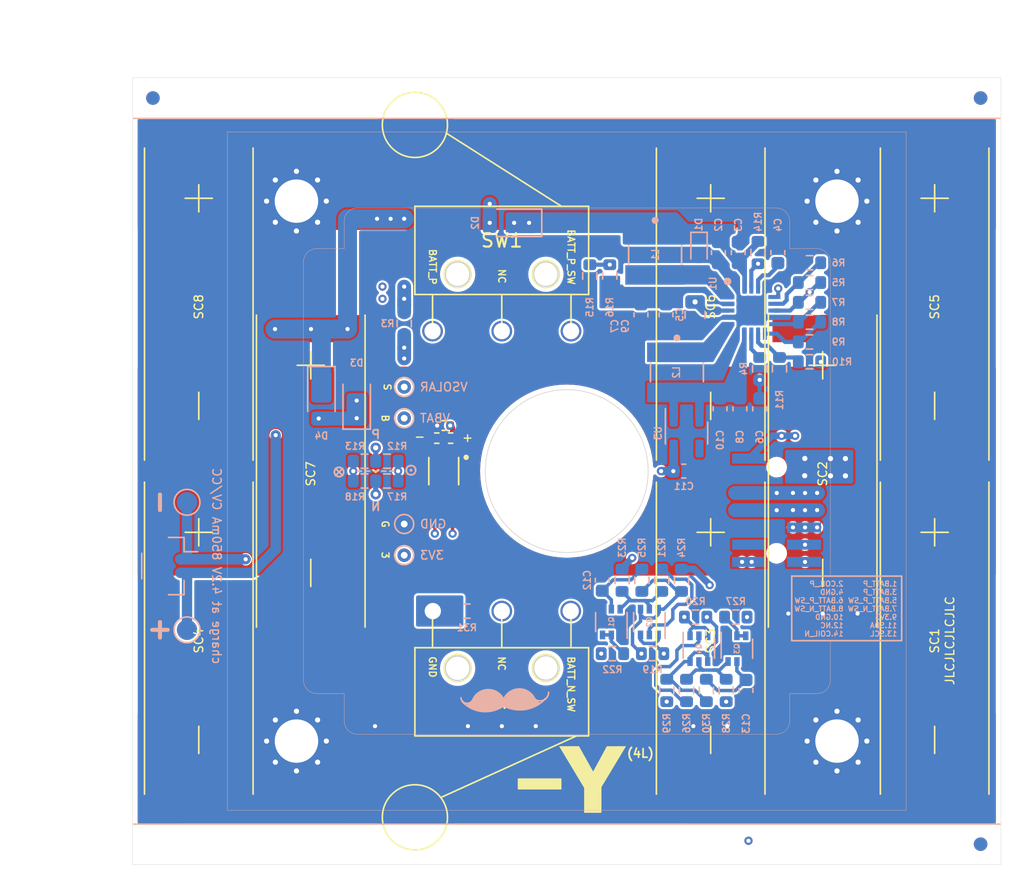
<source format=kicad_pcb>
(kicad_pcb (version 20221018) (generator pcbnew)
  (layers (0 "F.Cu" signal "Top") (1 "In1.Cu" signal) (2 "In2.Cu" signal) (31 "B.Cu" signal "Bottom") (34 "B.Paste" user) (35 "F.Paste" user) (36 "B.SilkS" user "B.Silkscreen") (37 "F.SilkS" user "F.Silkscreen") (38 "B.Mask" user) (39 "F.Mask" user) (44 "Edge.Cuts" user))
  (net 0 "")
  (net 1 "GND")
  (net 2 "VOUT_EN")
  (net 3 "VSOLAR")
  (net 4 "Net-(U1-VREF_SAMP)")
  (net 5 "+3V3")
  (net 6 "VBAT")
  (net 7 "Net-(U1-VSTOR)")
  (net 8 "Net-(Q1B-G1)")
  (net 9 "COIL_N")
  (net 10 "BATT_P")
  (net 11 "Net-(Q3B-G1)")
  (net 12 "Net-(D3-K)")
  (net 13 "VBAT_OK")
  (net 15 "COIL_P")
  (net 16 "/coil")
  (net 17 "/VSOLAR_FULL")
  (net 18 "Net-(U1-LBOOST)")
  (net 19 "Net-(U1-LBUCK)")
  (net 20 "Net-(Q1A-G2)")
  (net 21 "Net-(Q1A-D1)")
  (net 22 "Net-(Q2A-B1)")
  (net 23 "Net-(Q3A-G2)")
  (net 24 "Net-(Q3A-D1)")
  (net 25 "Net-(Q4A-B1)")
  (net 26 "BATT_P_SW")
  (net 27 "BATT_N_SW")
  (net 28 "Net-(U1-VBAT_OV)")
  (net 29 "Net-(U1-VRDIV)")
  (net 30 "Net-(U1-OK_HYST)")
  (net 31 "Net-(U1-OK_PROG)")
  (net 32 "Net-(U1-VOUT_SET)")
  (net 33 "SCL_LS")
  (net 34 "Net-(U1-VOC_SAMP)")
  (net 35 "Net-(SW2-C)")
  (net 37 "SDA_LS")
  (net 39 "SDA")
  (net 40 "SCL")
  (net 41 "Net-(U1-VOUT)")
  (net 42 "Net-(U2-ADDR)")
  (footprint "solarpanels:KXOB25-05X3F" (layer "F.Cu") (at 132.078198 41.18868 -90)
    (fp_text reference "SC5")
    (fp_text value "SolarCell_Small")
  )
  (footprint "solarpanels:KXOB25-05X3F" (layer "F.Cu") (at 132.078198 65.81042 -90)
    (fp_text reference "SC1")
    (fp_text value "SolarCell_Small")
  )
  (footprint "solarpanels:KXOB25-05X3F" (layer "F.Cu") (at 115.578598 65.81042 -90)
    (fp_text reference "SC3")
    (fp_text value "SolarCell_Small")
  )
  (footprint "Resistor_SMD:R_0402_1005Metric" (layer "F.Cu") (at 95.402 61.57)
    (fp_text reference "R2" hide)
    (fp_text value "0R")
  )
  (footprint "Resistor_SMD:R_0402_1005Metric" (layer "F.Cu") (at 96.4216 61.57)
    (fp_text reference "R1" hide)
    (fp_text value "0R")
  )
  (footprint "Capacitor_SMD:C_0402_1005Metric" (layer "F.Cu") (at 95.9066 60.64)
    (fp_text reference "C1" hide)
    (fp_text value "0.1uF")
  )
  (footprint "Fiducial:Fiducial_1mm_Mask2mm" (layer "F.Cu") (at 74.488598 36.4996)
    (fp_text reference "REF**" hide)
    (fp_text value "Fiducial_1mm_Mask2mm")
  )
  (footprint "Fiducial:Fiducial_1mm_Mask2mm" (layer "F.Cu") (at 135.463598 36.4996)
    (fp_text reference "REF**" hide)
    (fp_text value "Fiducial_1mm_Mask2mm")
  )
  (footprint "Fiducial:Fiducial_1mm_Mask2mm" (layer "F.Cu") (at 135.463598 91.4996)
    (fp_text reference "REF**" hide)
    (fp_text value "Fiducial_1mm_Mask2mm")
  )
  (footprint "solarpanels:KXOB25-05X3F" (layer "F.Cu") (at 115.578598 41.18868 -90)
    (fp_text reference "SC6")
    (fp_text value "SolarCell_Small")
  )
  (footprint "solarpanels:D2F-L2-A" (layer "F.Cu") (at 100.188598 74.31786 180)
    (fp_text reference "SW2")
    (fp_text value "D2F-L2-A")
    (fp_circle (center -3.2512 -4.191) (end -2.3368 -4.191) (stroke (width 0.12)) (fill none) (layer "Edge.Cuts"))
    (fp_circle (center 3.2512 -4.2164) (end 4.1656 -4.2164) (stroke (width 0.12)) (fill none) (layer "Edge.Cuts"))
  )
  (footprint "solarpanels:MountingHole_3.2mm_M3_DIN965_Pad_TopBottom" (layer "F.Cu") (at 124.883602 83.899593)
    (fp_text reference "H3" hide)
    (fp_text value "MountingHole")
  )
  (footprint "solarpanels:KXOB25-05X3F" (layer "F.Cu") (at 77.866598 41.18868 -90)
    (fp_text reference "SC8")
    (fp_text value "SolarCell_Small")
  )
  (footprint "solarpanels:KXOB25-05X3F" (layer "F.Cu") (at 86.116598 53.4996 -90)
    (fp_text reference "SC7")
    (fp_text value "SolarCell_Small")
  )
  (footprint "custom-footprints:ypanel" (layer "F.Cu") (at 123.925 87.6571)
    (fp_text reference "Ref**" hide)
    (fp_text value "Val**" hide)
  )
  (footprint "solarpanels:KXOB25-05X3F" (layer "F.Cu") (at 123.828598 53.4996 -90)
    (fp_text reference "SC2")
    (fp_text value "SolarCell_Small")
  )
  (footprint "solarpanels:D2F-L2-A1" (layer "F.Cu") (at 100.188598 53.6806)
    (fp_text reference "SW1")
    (fp_text value "D2F-L2-A1")
    (fp_circle (center -3.2512 -4.191) (end -2.3368 -4.191) (stroke (width 0.12)) (fill none) (layer "Edge.Cuts"))
    (fp_circle (center 3.2512 -4.191) (end 4.1656 -4.191) (stroke (width 0.12)) (fill none) (layer "Edge.Cuts"))
  )
  (footprint "solarpanels:OPT3001" (layer "F.Cu") (at 95.912 64 -90)
    (fp_text reference "U2" hide)
    (fp_text value "OPT3001")
  )
  (footprint "solarpanels:KXOB25-05X3F" (layer "F.Cu") (at 77.866598 65.81042 -90)
    (fp_text reference "SC4")
    (fp_text value "SolarCell_Small")
  )
  (footprint "solarpanels:MountingHole_3.2mm_M3_DIN965_Pad_TopBottom" (layer "F.Cu") (at 85.061406 44.099596)
    (fp_text reference "H1" hide)
    (fp_text value "MountingHole")
  )
  (footprint "solarpanels:MountingHole_3.2mm_M3_DIN965_Pad_TopBottom" (layer "F.Cu") (at 85.06359 83.899593)
    (fp_text reference "H2" hide)
    (fp_text value "MountingHole")
  )
  (footprint "solarpanels:MountingHole_3.2mm_M3_DIN965_Pad_TopBottom" (layer "F.Cu") (at 124.883602 44.102085)
    (fp_text reference "H4" hide)
    (fp_text value "MountingHole")
  )
  (footprint "Resistor_SMD:R_0603_1608Metric" (layer "B.Cu") (at 91.73125 63.27)
    (fp_text reference "R12")
    (fp_text value "0R")
  )
  (footprint "Resistor_SMD:R_0603_1608Metric" (layer "B.Cu") (at 90.07625 63.27)
    (fp_text reference "R13")
    (fp_text value "0R")
  )
  (footprint "Resistor_SMD:R_0603_1608Metric" (layer "B.Cu") (at 91.73125 64.73)
    (fp_text reference "R17")
    (fp_text value "0R")
  )
  (footprint "Resistor_SMD:R_0603_1608Metric" (layer "B.Cu") (at 90.07625 64.73)
    (fp_text reference "R18")
    (fp_text value "0R")
  )
  (footprint "Resistor_SMD:R_0603_1608Metric" (layer "B.Cu") (at 97.6122 74.3204)
    (fp_text reference "R31")
    (fp_text value "0R")
  )
  (footprint "Fiducial:Fiducial_1mm_Mask2mm" (layer "B.Cu") (at 135.463598 91.4996)
    (fp_text reference "REF**" hide)
    (fp_text value "Fiducial_1mm_Mask2mm")
  )
  (footprint "Fiducial:Fiducial_1mm_Mask2mm" (layer "B.Cu") (at 135.463598 36.4996)
    (fp_text reference "REF**" hide)
    (fp_text value "Fiducial_1mm_Mask2mm")
  )
  (footprint "Fiducial:Fiducial_1mm_Mask2mm" (layer "B.Cu") (at 74.488598 36.4996)
    (fp_text reference "REF**" hide)
    (fp_text value "Fiducial_1mm_Mask2mm")
  )
  (footprint "Resistor_SMD:R_0603_1608Metric" (layer "B.Cu") (at 122.86 51.56 180)
    (fp_text reference "R7")
    (fp_text value "374K")
  )
  (footprint "Resistor_SMD:R_0603_1608Metric" (layer "B.Cu") (at 122.86 54.48 180)
    (fp_text reference "R9")
    (fp_text value "4.53M")
  )
  (footprint "Capacitor_SMD:C_0603_1608Metric" (layer "B.Cu") (at 120.527998 47.88965 90)
    (fp_text reference "C4")
    (fp_text value "10nF")
  )
  (footprint "Resistor_SMD:R_0603_1608Metric" (layer "B.Cu") (at 119.067998 47.88965 90)
    (fp_text reference "R14")
    (fp_text value "DNI (0R)")
  )
  (footprint "Capacitor_SMD:C_0603_1608Metric" (layer "B.Cu") (at 117.607998 47.88965 90)
    (fp_text reference "C3")
    (fp_text value "4.7uF")
  )
  (footprint "Resistor_SMD:R_0603_1608Metric" (layer "B.Cu") (at 122.86 50.1)
    (fp_text reference "R5")
    (fp_text value "7.32M")
  )
  (footprint "solarpanels:QFN50P350X350X100-21N-D" (layer "B.Cu") (at 118.572042 52.16671 -90)
    (fp_text reference "U1")
    (fp_text value "BQ25570RGRR" hide)
  )
  (footprint "Resistor_SMD:R_0603_1608Metric" (layer "B.Cu") (at 122.86 48.64)
    (fp_text reference "R6")
    (fp_text value "5.62M")
  )
  (footprint "solarpanels:LPS4018" (layer "B.Cu") (at 111.483598 48.06005 -90)
    (fp_text reference "L1")
    (fp_text value "22uH-LPS4018-223MR")
  )
  (footprint "solarpanels:LPS4018" (layer "B.Cu") (at 113.09 56.72 -90)
    (fp_text reference "L2")
    (fp_text value "10uH-LPS4018-103MR")
  )
  (footprint "Resistor_SMD:R_0603_1608Metric" (layer "B.Cu") (at 122.86 53.02 180)
    (fp_text reference "R8")
    (fp_text value "8.25M")
  )
  (footprint "Capacitor_SMD:C_0603_1608Metric" (layer "B.Cu") (at 113.6 64)
    (fp_text reference "C11")
    (fp_text value "0.1uF")
  )
  (footprint "TestPoint:TestPoint_THTPad_D1.0mm_Drill0.5mm" (layer "B.Cu") (at 93 60.1)
    (fp_text reference "TP4" hide)
    (fp_text value "TP")
  )
  (footprint "Resistor_SMD:R_0603_1608Metric" (layer "B.Cu") (at 113.8 80.17 90)
    (fp_text reference "R26")
    (fp_text value "680R")
  )
  (footprint "Capacitor_SMD:C_0603_1608Metric" (layer "B.Cu") (at 118.18 80.17 -90)
    (fp_text reference "C13")
    (fp_text value "10nF")
  )
  (footprint "Capacitor_SMD:C_0603_1608Metric" (layer "B.Cu") (at 112.287998 52.47965 -90)
    (fp_text reference "C9")
    (fp_text value "0.1uF")
  )
  (footprint "Capacitor_SMD:C_0603_1608Metric" (layer "B.Cu") (at 116.267998 59.41 -90)
    (fp_text reference "C10")
    (fp_text value "0.1uF")
  )
  (footprint "Diode_SMD:D_PowerDI-123" (layer "B.Cu") (at 100.825 45.7 180)
    (fp_text reference "D2")
    (fp_text value "DFLS130L-7")
  )
  (footprint "Capacitor_SMD:C_0603_1608Metric" (layer "B.Cu") (at 116.147998 47.88965 -90)
    (fp_text reference "C2")
    (fp_text value "0.1uF")
  )
  (footprint "Resistor_SMD:R_0603_1608Metric" (layer "B.Cu") (at 108.143598 49.6096 90)
    (fp_text reference "R16")
    (fp_text value "0R")
  )
  (footprint "Resistor_SMD:R_0603_1608Metric" (layer "B.Cu") (at 112.34 80.17 90)
    (fp_text reference "R29")
    (fp_text value "10K")
  )
  (footprint "Resistor_SMD:R_0603_1608Metric" (layer "B.Cu") (at 114.47 74.76 180)
    (fp_text reference "R20")
    (fp_text value "DNI (0R)")
  )
  (footprint "TestPoint:TestPoint_THTPad_D1.0mm_Drill0.5mm" (layer "B.Cu") (at 93 67.9 180)
    (fp_text reference "TP2" hide)
    (fp_text value "TP")
  )
  (footprint "Connector_JST:JST_SH_BM02B-SRSS-TB_1x02-1MP_P1.00mm_Vertical" (layer "B.Cu") (at 75.675 71 -90)
    (fp_text reference "J2" hide)
    (fp_text value "BM02B-SRSS-TB")
  )
  (footprint "Capacitor_SMD:C_0603_1608Metric" (layer "B.Cu") (at 107.59 72.045 90)
    (fp_text reference "C12")
    (fp_text value "10nF")
  )
  (footprint "TestPoint:TestPoint_Pad_D1.5mm" (layer "B.Cu") (at 77 75.7 180)
    (fp_text reference "TP6" hide)
    (fp_text value "TP")
  )
  (footprint "Package_TO_SOT_SMD:SOT-363_SC-70-6" (layer "B.Cu") (at 111.06 75.125 90)
    (fp_text reference "Q2")
    (fp_text value "MBT2222ADW1T1")
  )
  (footprint "Capacitor_SMD:C_0805_2012Metric" (layer "B.Cu") (at 114.427998 52.47965 -90)
    (fp_text reference "C5")
    (fp_text value "100uF")
  )
  (footprint "Resistor_SMD:R_0603_1608Metric" (layer "B.Cu") (at 119.187998 56.44965 -90)
    (fp_text reference "R4")
    (fp_text value "0R")
  )
  (footprint "Resistor_SMD:R_0603_1608Metric" (layer "B.Cu") (at 111.97 72.045 -90)
    (fp_text reference "R21")
    (fp_text value "680R")
  )
  (footprint "Resistor_SMD:R_0603_1608Metric" (layer "B.Cu") (at 106.673598 49.6096 90)
    (fp_text reference "R15")
    (fp_text value "DNI (0R)")
  )
  (footprint "custom-footprints:pycubed_mini_half" (layer "B.Cu") (at 106 85.6146 180)
    (fp_text reference "Ref**" hide)
    (fp_text value "Val**" hide)
  )
  (footprint "Package_TO_SOT_SMD:SOT-363_SC-70-6" (layer "B.Cu") (at 114.71 77.09 -90)
    (fp_text reference "Q4")
    (fp_text value "MBT2222ADW1T1")
  )
  (footprint "TestPoint:TestPoint_Pad_D1.5mm" (layer "B.Cu") (at 77 66.3 180)
    (fp_text reference "TP5" hide)
    (fp_text value "TP")
  )
  (footprint "Diode_SMD:D_PowerDI-123" (layer "B.Cu") (at 86.9 58.6 -90)
    (fp_text reference "D4")
    (fp_text value "DFLS130L-7")
  )
  (footprint "Resistor_SMD:R_0603_1608Metric" (layer "B.Cu") (at 120.647998 56.44965 90)
    (fp_text reference "R11")
    (fp_text value "4.75M")
  )
  (footprint "Package_TO_SOT_SMD:SOT-23-5" (layer "B.Cu") (at 113.8 61.2 -90)
    (fp_text reference "U3")
    (fp_text value "MAX40200AUK")
  )
  (footprint "Resistor_SMD:R_0603_1608Metric" (layer "B.Cu") (at 108.34 77.455)
    (fp_text reference "R22")
    (fp_text value "100K")
  )
  (footprint "Package_TO_SOT_SMD:SOT-363_SC-70-6" (layer "B.Cu") (at 108.26 75.125 90)
    (fp_text reference "Q1")
    (fp_text value "NX3008NBKS")
  )
  (footprint "Resistor_SMD:R_0603_1608Metric" (layer "B.Cu") (at 115.26 80.17 90)
    (fp_text reference "R30")
    (fp_text value "200K")
  )
  (footprint "Resistor_SMD:R_0603_1608Metric" (layer "B.Cu") (at 93 53.1246 90)
    (fp_text reference "R3")
    (fp_text value "0R")
  )
  (footprint "Resistor_SMD:R_0603_1608Metric" (layer "B.Cu") (at 116.72 80.17 90)
    (fp_text reference "R28")
    (fp_text value "10K")
  )
  (footprint "Package_TO_SOT_SMD:SOT-363_SC-70-6" (layer "B.Cu") (at 117.51 77.09 -90)
    (fp_text reference "Q3")
    (fp_text value "NX3008NBKS")
  )
  (footprint "Resistor_SMD:R_0603_1608Metric" (layer "B.Cu") (at 110.51 72.045 90)
    (fp_text reference "R25")
    (fp_text value "200K")
  )
  (footprint "Resistor_SMD:R_0603_1608Metric" (layer "B.Cu") (at 122.86 55.94)
    (fp_text reference "R10")
    (fp_text value "8.25M")
  )
  (footprint "batteryboard:SAMTEC-FTS-107-01-X-DV-A" (layer "B.Cu") (at 120.4341 66.88328 -90)
    (fp_text reference "J1" hide)
    (fp_text value "FTS-107-01-X-DV-A")
  )
  (footprint "Resistor_SMD:R_0603_1608Metric" (layer "B.Cu") (at 111.3 77.455)
    (fp_text reference "R19")
    (fp_text value "DNI (0R)")
  )
  (footprint "Resistor_SMD:R_0603_1608Metric" (layer "B.Cu") (at 117.43 74.76 180)
    (fp_text reference "R27")
    (fp_text value "100K")
  )
  (footprint "Resistor_SMD:R_0603_1608Metric" (layer "B.Cu") (at 113.43 72.045 -90)
    (fp_text reference "R24")
    (fp_text value "10K")
  )
  (footprint "Capacitor_SMD:C_0603_1608Metric" (layer "B.Cu") (at 110.441198 52.47965 -90)
    (fp_text reference "C7")
    (fp_text value "4.7uF")
  )
  (footprint "Resistor_SMD:R_0603_1608Metric" (layer "B.Cu") (at 109.05 72.045 -90)
    (fp_text reference "R23")
    (fp_text value "10K")
  )
  (footprint "TestPoint:TestPoint_THTPad_D1.0mm_Drill0.5mm" (layer "B.Cu") (at 93 70.2)
    (fp_text reference "TP3" hide)
    (fp_text value "TP")
  )
  (footprint "Capacitor_SMD:C_0603_1608Metric" (layer "B.Cu") (at 119.187998 59.41465 -90)
    (fp_text reference "C6")
    (fp_text value "1uF")
  )
  (footprint "TestPoint:TestPoint_THTPad_D1.0mm_Drill0.5mm" (layer "B.Cu") (at 93 57.8 180)
    (fp_text reference "TP1" hide)
    (fp_text value "TP")
  )
  (footprint "Capacitor_SMD:C_0603_1608Metric" (layer "B.Cu") (at 117.727998 59.41 -90)
    (fp_text reference "C8")
    (fp_text value "22uF")
  )
  (footprint "Diode_SMD:D_SOD-523" (layer "B.Cu") (at 114.717998 47.65965 -90)
    (fp_text reference "D1")
    (fp_text value "SZMM5Z5V1T1G")
  )
  (footprint "Diode_SMD:D_PowerDI-123" (layer "B.Cu") (at 89.5 58.6 90)
    (fp_text reference "D3")
    (fp_text value "DFLS130L-7")
  )
  (gr_arc (start 98.033856 80.895863) (mid 99.17161 80.109821) (end 100.338197 80.852401) (stroke (width 0.12)) (layer "B.SilkS"))
  (gr_line (start 90.74125 64) (end 91.05875 64) (stroke (width 0.12)) (layer "B.SilkS"))
  (gr_line (start 90.45875 64) (end 90.14125 64) (stroke (width 0.12)) (layer "B.SilkS"))
  (gr_line (start 91.65875 64) (end 91.34125 64) (stroke (width 0.12)) (layer "B.SilkS"))
  (gr_line (start 73.06 37.9996) (end 136.89 37.9996) (stroke (width 0.1016)) (layer "B.SilkS"))
  (gr_arc (start 88.576598 45.5996) (mid 88.869491 44.892493) (end 89.576598 44.5996) (stroke (width 0.0254)) (layer "B.SilkS"))
  (gr_line (start 88.576598 82.3996) (end 88.576598 80.3996) (stroke (width 0.0254)) (layer "B.SilkS"))
  (gr_line (start 121.400599 47.5996) (end 123.4 47.6) (stroke (width 0.0254)) (layer "B.SilkS"))
  (gr_line (start 86.576598 80.3996) (end 88.576598 80.3996) (stroke (width 0.0254)) (layer "B.SilkS"))
  (gr_line (start 73.06 90.02) (end 136.89 90.02) (stroke (width 0.1016)) (layer "B.SilkS"))
  (gr_line (start 124.4 48.6) (end 124.400599 71.7) (stroke (width 0.0254)) (layer "B.SilkS"))
  (gr_line (start 92.24875 64) (end 91.93125 64) (stroke (width 0.12)) (layer "B.SilkS"))
  (gr_line (start 88.576598 47.5996) (end 88.576598 45.5996) (stroke (width 0.0254)) (layer "B.SilkS"))
  (gr_arc (start 89.576598 83.3996) (mid 88.869491 83.106707) (end 88.576598 82.3996) (stroke (width 0.0254)) (layer "B.SilkS"))
  (gr_rect (start 121.55 71.74) (end 129.65 76.5) (stroke (width 0.12)) (fill none) (layer "B.SilkS"))
  (gr_line (start 79.976598 38.999599) (end 79.976598 88.9996) (stroke (width 0.0254)) (layer "B.SilkS"))
  (gr_line (start 121.400599 80.3996) (end 121.400599 82.3996) (stroke (width 0.0254)) (layer "B.SilkS"))
  (gr_line (start 129.976599 38.999599) (end 79.976598 38.999599) (stroke (width 0.0254)) (layer "B.SilkS"))
  (gr_line (start 79.976598 88.9996) (end 129.976599 88.9996) (stroke (width 0.0254)) (layer "B.SilkS"))
  (gr_arc (start 103.423527 80.750757) (mid 101.999375 81.55219) (end 100.380798 81.327) (stroke (width 0.12)) (layer "B.SilkS"))
  (gr_line (start 89.85875 64) (end 89.54125 64) (stroke (width 0.12)) (layer "B.SilkS"))
  (gr_arc (start 100.319856 80.845462) (mid 101.45761 80.059421) (end 102.624197 80.802) (stroke (width 0.12)) (layer "B.SilkS"))
  (gr_arc (start 86.576598 80.3996) (mid 85.869491 80.106707) (end 85.576598 79.3996) (stroke (width 0.0254)) (layer "B.SilkS"))
  (gr_line (start 89.576598 44.5996) (end 120.4 44.6) (stroke (width 0.0254)) (layer "B.SilkS"))
  (gr_arc (start 121.400599 82.3996) (mid 121.107706 83.106707) (end 120.400599 83.3996) (stroke (width 0.0254)) (layer "B.SilkS"))
  (gr_line (start 124.400599 79.3996) (end 124.4 76.5) (stroke (width 0.0254)) (layer "B.SilkS"))
  (gr_line (start 94.663598 83.3996) (end 89.576598 83.3996) (stroke (width 0.0254)) (layer "B.SilkS"))
  (gr_arc (start 120.4 44.6) (mid 121.107107 44.892893) (end 121.4 45.6) (stroke (width 0.0254)) (layer "B.SilkS"))
  (gr_arc (start 103.640798 80.302) (mid 103.289778 80.869964) (end 102.624798 80.81) (stroke (width 0.12)) (layer "B.SilkS"))
  (gr_arc (start 98.026798 80.9032) (mid 97.534527 81.107931) (end 97.17951 80.710192) (stroke (width 0.12)) (layer "B.SilkS"))
  (gr_arc (start 124.400599 79.3996) (mid 124.107706 80.106707) (end 123.400599 80.3996) (stroke (width 0.0254)) (layer "B.SilkS"))
  (gr_line (start 129.976599 88.9996) (end 129.976599 38.999599) (stroke (width 0.0254)) (layer "B.SilkS"))
  (gr_line (start 120.400599 83.3996) (end 94.663598 83.3996) (stroke (width 0.0254)) (layer "B.SilkS"))
  (gr_line (start 123.400599 80.3996) (end 121.400599 80.3996) (stroke (width 0.0254)) (layer "B.SilkS"))
  (gr_arc (start 123.4 47.6) (mid 124.107107 47.892893) (end 124.4 48.6) (stroke (width 0.0254)) (layer "B.SilkS"))
  (gr_arc (start 85.576598 48.5996) (mid 85.869491 47.892493) (end 86.576598 47.5996) (stroke (width 0.0254)) (layer "B.SilkS"))
  (gr_line (start 86.576598 47.5996) (end 88.576598 47.5996) (stroke (width 0.0254)) (layer "B.SilkS"))
  (gr_arc (start 100.312798 81.3096) (mid 98.729401 81.714566) (end 97.269052 80.980742) (stroke (width 0.12)) (layer "B.SilkS"))
  (gr_line (start 121.4 45.6) (end 121.4 47.6) (stroke (width 0.0254)) (layer "B.SilkS"))
  (gr_line (start 85.576598 79.3996) (end 85.576598 48.5996) (stroke (width 0.0254)) (layer "B.SilkS"))
  (gr_line (start 73.06 38.000007) (end 91.043598 37.9996) (stroke (width 0.1016)) (layer "F.SilkS"))
  (gr_line (start 136.89 90.02) (end 96.7 90.0196) (stroke (width 0.1016)) (layer "F.SilkS"))
  (gr_line (start 96.673598 37.9996) (end 136.89 37.9996) (stroke (width 0.1016)) (layer "F.SilkS"))
  (gr_line (start 73.06 90.02) (end 91 90.018793) (stroke (width 0.1016)) (layer "F.SilkS"))
  (gr_line (start 72.988598 92.9996) (end 136.963598 92.9996) (stroke (width 0.0254)) (layer "Edge.Cuts"))
  (gr_line (start 72.988598 34.9996) (end 72.988598 92.9996) (stroke (width 0.0254)) (layer "Edge.Cuts"))
  (gr_circle (center 104.972504 63.999595) (end 110.972504 63.999595) (stroke (width 0.05)) (fill none) (layer "Edge.Cuts"))
  (gr_line (start 136.963598 34.9996) (end 136.963598 92.9996) (stroke (width 0.0254)) (layer "Edge.Cuts"))
  (gr_line (start 136.963598 34.9996) (end 72.988598 34.9996) (stroke (width 0.0254)) (layer "Edge.Cuts"))
  (gr_text "N" (at 90.90125 66.55 180) (layer "B.SilkS") (effects (font (size 0.635 0.635) (thickness 0.127)) (justify mirror)))
  (gr_text "P" (at 90.9 61.3) (layer "B.SilkS") (effects (font (size 0.635 0.635) (thickness 0.127)) (justify mirror)))
  (gr_text "GND" (at 94.1 67.9) (layer "B.SilkS") (effects (font (size 0.635 0.635) (thickness 0.1016)) (justify right mirror)))
  (gr_text "⊗" (at 88.2 64) (layer "B.SilkS") (effects (font (size 0.889 0.889) (thickness 0.127)) (justify mirror)))
  (gr_text "+" (at 74.9 75.7 90) (layer "B.SilkS") (effects (font (size 1.5 1.5) (thickness 0.3)) (justify mirror)))
  (gr_text "VSOLAR" (at 94.1 57.8) (layer "B.SilkS") (effects (font (size 0.635 0.635) (thickness 0.1016)) (justify right mirror)))
  (gr_text "3V3" (at 94.1 70.2) (layer "B.SilkS") (effects (font (size 0.635 0.635) (thickness 0.1016)) (justify right mirror)))
  (gr_text "⊙" (at 93.5 64 180) (layer "B.SilkS") (effects (font (size 0.889 0.889) (thickness 0.127)) (justify mirror)))
  (gr_text "-" (at 74.9 66.3 90) (layer "B.SilkS") (effects (font (size 1.5 1.5) (thickness 0.3)) (justify mirror)))
  (gr_text "VBAT" (at 94.1 60.1) (layer "B.SilkS") (effects (font (size 0.635 0.635) (thickness 0.1016)) (justify right mirror)))
  (gr_text "1.BATT_P\n3.BATT_P\n5.BATT_P_SW\n7.BATT_N_SW\n9.3V3\n11.SDA\n13.SCL" (at 129.35 74.15) (layer "B.SilkS") (effects (font (size 0.381 0.381) (thickness 0.0762)) (justify left mirror)))
  (gr_text "2.COIL_P\n4.GND\n6.BATT_P_SW\n8.BATT_N_SW\n10.GND\n12.NC\n14.COIL_N" (at 125.4 74.15) (layer "B.SilkS") (effects (font (size 0.381 0.381) (thickness 0.0762)) (justify left mirror)))
  (gr_text "charge at 4.2V 850mA CV/CC" (at 79.182598 70.9974 270) (layer "B.SilkS") (effects (font (size 0.635 0.635) (thickness 0.1016)) (justify mirror)))
  (gr_text "BATT_P_SW" (at 105.293598 50.3174 270) (layer "F.SilkS") (effects (font (size 0.508 0.508) (thickness 0.1016)) (justify right)))
  (gr_text "GND" (at 95.0876 77.597 270) (layer "F.SilkS") (effects (font (size 0.508 0.508) (thickness 0.1016)) (justify left)))
  (gr_text "B" (at 91.6 60.1 270) (layer "F.SilkS") (effects (font (size 0.508 0.508) (thickness 0.1016))))
  (gr_text "NC" (at 100.193598 50.2174 270) (layer "F.SilkS") (effects (font (size 0.508 0.508) (thickness 0.1016)) (justify right)))
  (gr_text "NC" (at 100.1776 77.597 270) (layer "F.SilkS") (effects (font (size 0.508 0.508) (thickness 0.1016)) (justify left)))
  (gr_text "BATT_N_SW" (at 105.2876 77.597 270) (layer "F.SilkS") (effects (font (size 0.508 0.508) (thickness 0.1016)) (justify left)))
  (gr_text "(4L)" (at 110.4 84.8) (layer "F.SilkS") (effects (font (size 0.635 0.635) (thickness 0.127))))
  (gr_text "S" (at 91.8 57.8 90) (layer "F.SilkS") (effects (font (size 0.508 0.508) (thickness 0.1016))))
  (gr_text "^" (at 90.90125 63.47 180) (layer "F.SilkS") (effects (font (size 1 1))))
  (gr_text "G" (at 91.6 67.9 270) (layer "F.SilkS") (effects (font (size 0.508 0.508) (thickness 0.1016))))
  (gr_text "3" (at 91.6 70.2 270) (layer "F.SilkS") (effects (font (size 0.508 0.508) (thickness 0.1016))))
  (gr_text "+" (at 97.622 61.57 90) (layer "F.SilkS") (effects (font (size 0.635 0.635) (thickness 0.1016))))
  (gr_text "BATT_P" (at 95.093598 50.3174 270) (layer "F.SilkS") (effects (font (size 0.508 0.508) (thickness 0.1016)) (justify right)))
  (gr_text "-" (at 94.142 61.543598 180) (layer "F.SilkS") (effects (font (size 0.635 0.635) (thickness 0.1016))))
  (gr_text "JLCJLCJLCJLC" (at 133.2 76.5 90) (layer "F.SilkS") (effects (font (size 0.635 0.635) (thickness 0.1016))))
  (segment (start 95.262 60.8046) (end 95.262 62.9) (width 0.381) (layer "F.Cu") (net 1))
  (segment (start 95.262 63.35) (end 95.912 64) (width 0.381) (layer "F.Cu") (net 1))
  (segment (start 95.262 62.9) (end 95.262 63.005) (width 0.381) (layer "F.Cu") (net 1))
  (segment (start 95.4266 60.64) (end 95.262 60.8046) (width 0.381) (layer "F.Cu") (net 1))
  (segment (start 95.262 62.9) (end 95.262 63.35) (width 0.381) (layer "F.Cu") (net 1))
  (via (at 116.8 82.8) (size 0.6096) (drill 0.3048) (layers "F.Cu" "B.Cu") (net 1))
  (via (at 100.193598 82.7996) (size 0.6096) (drill 0.3048) (layers "F.Cu" "B.Cu") (net 1))
  (via (at 121.3 74.5) (size 0.6096) (drill 0.3048) (layers "F.Cu" "B.Cu") (net 1))
  (via (at 102.693598 82.7996) (size 0.6096) (drill 0.3048) (layers "F.Cu" "B.Cu") (net 1))
  (via (at 123.828598 74.4996) (size 0.6096) (drill 0.3048) (layers "F.Cu" "B.Cu") (net 1))
  (via (at 114.3 82.8) (size 0.6096) (drill 0.3048) (layers "F.Cu" "B.Cu") (net 1))
  (via (at 90.85 82.8) (size 0.6096) (drill 0.3048) (layers "F.Cu" "B.Cu") (net 1))
  (via (at 126.4 74.5) (size 0.6096) (drill 0.3048) (layers "F.Cu" "B.Cu") (net 1))
  (via (at 97.693598 82.7996) (size 0.6096) (drill 0.3048) (layers "F.Cu" "B.Cu") (net 1))
  (via (at 95.4266 60.64) (size 0.6096) (drill 0.3048) (layers "F.Cu" "B.Cu") (net 1))
  (via (at 119.187998 57.27465) (size 0.6096) (drill 0.3048) (layers "F.Cu" "B.Cu") (net 2))
  (via (at 120.553598 50.5396) (size 0.6096) (drill 0.3048) (layers "F.Cu" "B.Cu") (net 2))
  (segment (start 120.553598 50.5396) (end 120.553598 51.1496) (width 0.3048) (layer "B.Cu") (net 2))
  (segment (start 119.187998 57.27465) (end 119.187998 58.63965) (width 0.3048) (layer "B.Cu") (net 2))
  (via (at 101.1 45.7) (size 0.6096) (drill 0.3048) (layers "F.Cu" "B.Cu") (net 3))
  (via (at 102.2 45.7) (size 0.6096) (drill 0.3048) (layers "F.Cu" "B.Cu") (net 3))
  (segment (start 117.607998 48.616082) (end 119.067998 47.156082) (width 0.508) (layer "B.Cu") (net 3))
  (segment (start 119.85737 49.56671) (end 120.527998 48.896082) (width 0.3048) (layer "B.Cu") (net 4))
  (segment (start 119.072042 50.46671) (end 119.072042 49.912038) (width 0.3048) (layer "B.Cu") (net 4))
  (segment (start 119.41737 49.56671) (end 119.85737 49.56671) (width 0.3048) (layer "B.Cu") (net 4))
  (segment (start 119.072042 49.912038) (end 119.41737 49.56671) (width 0.3048) (layer "B.Cu") (net 4))
  (segment (start 96.562 63.3) (end 96.562 60.8154) (width 0.381) (layer "F.Cu") (net 5))
  (segment (start 96.562 60.8154) (end 96.3866 60.64) (width 0.381) (layer "F.Cu") (net 5))
  (via (at 123.4186 68.1482) (size 0.6096) (drill 0.3048) (layers "F.Cu" "B.Cu") (net 5))
  (via (at 112.34 80.995) (size 0.6096) (drill 0.3048) (layers "F.Cu" "B.Cu") (net 5))
  (via (at 116.72 80.995) (size 0.6096) (drill 0.3048) (layers "F.Cu" "B.Cu") (net 5))
  (via (at 121.6406 68.1482) (size 0.6096) (drill 0.3048) (layers "F.Cu" "B.Cu") (net 5))
  (via (at 112.825 64) (size 0.6096) (drill 0.3048) (layers "F.Cu" "B.Cu") (net 5))
  (via (at 107.515 77.455) (size 0.6096) (drill 0.3048) (layers "F.Cu" "B.Cu") (net 5))
  (via (at 111.925 64) (size 0.6096) (drill 0.3048) (layers "F.Cu" "B.Cu") (net 5))
  (via (at 115.5 72.4) (size 0.6096) (drill 0.3048) (layers "F.Cu" "B.Cu") (net 5))
  (via (at 96.3866 60.64) (size 0.6096) (drill 0.3048) (layers "F.Cu" "B.Cu") (net 5))
  (via (at 122.5296 68.15328) (size 0.6096) (drill 0.3048) (layers "F.Cu" "B.Cu") (net 5))
  (via (at 118.255 74.76) (size 0.6096) (drill 0.3048) (layers "F.Cu" "B.Cu") (net 5))
  (via (at 109.8 70.4) (size 0.6096) (drill 0.3048) (layers "F.Cu" "B.Cu") (net 5))
  (segment (start 112.825 64) (end 112.85 63.975) (width 0.635) (layer "B.Cu") (net 5))
  (segment (start 115.5 72.4) (end 115.5 72.37) (width 0.508) (layer "B.Cu") (net 5))
  (segment (start 115.5 72.37) (end 114.35 71.22) (width 0.508) (layer "B.Cu") (net 5))
  (segment (start 112.85 63.975) (end 112.85 62.3375) (width 0.635) (layer "B.Cu") (net 5))
  (segment (start 109.05 71.15) (end 109.8 70.4) (width 0.508) (layer "B.Cu") (net 5))
  (segment (start 114.35 71.22) (end 113.43 71.22) (width 0.508) (layer "B.Cu") (net 5))
  (segment (start 111.925 64) (end 112.825 64) (width 0.635) (layer "B.Cu") (net 5))
  (via (at 114.427998 51.52965) (size 0.762) (drill 0.381) (layers "F.Cu" "B.Cu") (net 6))
  (via (at 93 50.4) (size 0.6096) (drill 0.3048) (layers "F.Cu" "B.Cu") (net 6))
  (via (at 93 51.3) (size 0.6096) (drill 0.3048) (layers "F.Cu" "B.Cu") (net 6))
  (via (at 91.4 50.4) (size 0.6096) (drill 0.3048) (layers "F.Cu" "B.Cu") (net 6))
  (via (at 91.4 51.3) (size 0.6096) (drill 0.3048) (layers "F.Cu" "B.Cu") (net 6))
  (segment (start 116.872042 52.16671) (end 116.142698 52.16671) (width 0.29972) (layer "B.Cu") (net 6))
  (segment (start 115.077948 52.1796) (end 114.427998 51.52965) (width 0.635) (layer "B.Cu") (net 6))
  (segment (start 93 51.8) (end 93 51.3) (width 1.016) (layer "B.Cu") (net 6))
  (segment (start 93 51.8) (end 93 50.4) (width 1.016) (layer "B.Cu") (net 6))
  (segment (start 93 52.2996) (end 93 51.8) (width 1.016) (layer "B.Cu") (net 6))
  (segment (start 116.083598 52.1796) (end 115.077948 52.1796) (width 0.635) (layer "B.Cu") (net 6))
  (segment (start 108.26 73.49) (end 108.26 74.175) (width 0.254) (layer "B.Cu") (net 8))
  (segment (start 109.72 72.01) (end 110.51 71.22) (width 0.254) (layer "B.Cu") (net 8))
  (segment (start 107.59 72.82) (end 108.4 72.01) (width 0.254) (layer "B.Cu") (net 8))
  (segment (start 107.59 72.82) (end 108.26 73.49) (width 0.254) (layer "B.Cu") (net 8))
  (segment (start 108.4 72.01) (end 109.72 72.01) (width 0.254) (layer "B.Cu") (net 8))
  (via (at 118.6 70.69328) (size 0.6096) (drill 0.3048) (layers "F.Cu" "B.Cu") (net 9))
  (via (at 90.90125 65.71) (size 0.762) (drill 0.381) (layers "F.Cu" "B.Cu") (net 9))
  (via (at 117.89 70.69328) (size 0.6096) (drill 0.3048) (layers "F.Cu" "B.Cu") (net 9))
  (segment (start 90.90125 65.71) (end 90.90125 64.73) (width 0.381) (layer "B.Cu") (net 9))
  (via (at 122.5142 63.0682) (size 0.762) (drill 0.381) (layers "F.Cu" "B.Cu") (net 10))
  (via (at 124.4042 63.0782) (size 0.762) (drill 0.381) (layers "F.Cu" "B.Cu") (net 10))
  (via (at 124.4042 64.3482) (size 0.762) (drill 0.381) (layers "F.Cu" "B.Cu") (net 10))
  (via (at 122.5042 64.3382) (size 0.762) (drill 0.381) (layers "F.Cu" "B.Cu") (net 10))
  (via (at 93 54.9) (size 0.6096) (drill 0.3048) (layers "F.Cu" "B.Cu") (net 10))
  (via (at 125.5042 64.3482) (size 0.762) (drill 0.381) (layers "F.Cu" "B.Cu") (net 10))
  (via (at 125.5042 63.0782) (size 0.762) (drill 0.381) (layers "F.Cu" "B.Cu") (net 10))
  (via (at 93 55.7) (size 0.6096) (drill 0.3048) (layers "F.Cu" "B.Cu") (net 10))
  (segment (start 93 54.9) (end 93 55.7) (width 1.016) (layer "B.Cu") (net 10))
  (segment (start 93 53.9496) (end 93 54.9) (width 1.016) (layer "B.Cu") (net 10))
  (segment (start 116.09 80.175) (end 117.4 80.175) (width 0.254) (layer "B.Cu") (net 11))
  (segment (start 115.26 79.345) (end 116.09 80.175) (width 0.254) (layer "B.Cu") (net 11))
  (segment (start 117.51 78.725) (end 117.51 78.04) (width 0.254) (layer "B.Cu") (net 11))
  (segment (start 118.18 79.395) (end 117.51 78.725) (width 0.254) (layer "B.Cu") (net 11))
  (segment (start 117.4 80.175) (end 118.18 79.395) (width 0.254) (layer "B.Cu") (net 11))
  (segment (start 126.39 53.4996) (end 126.39 57.19) (width 2.032) (layer "F.Cu") (net 12))
  (segment (start 88.323598 74.4996) (end 88.323598 70.8696) (width 2.032) (layer "F.Cu") (net 12))
  (segment (start 123.828598 53.4996) (end 126.39 53.4996) (width 2.032) (layer "F.Cu") (net 12))
  (via (at 89.5 58.8) (size 0.6096) (drill 0.3048) (layers "F.Cu" "B.Cu") (net 12))
  (via (at 86.7 60.125) (size 0.6096) (drill 0.3048) (layers "F.Cu" "B.Cu") (net 12))
  (via (at 89.5 60.1) (size 0.6096) (drill 0.3048) (layers "F.Cu" "B.Cu") (net 12))
  (segment (start 87.975 60.125) (end 89.1 60.125) (width 1.016) (layer "B.Cu") (net 12))
  (segment (start 87.975 60.125) (end 86.7 60.125) (width 1.016) (layer "B.Cu") (net 12))
  (segment (start 89.1 59.725) (end 89.1 59.6) (width 0.2032) (layer "B.Cu") (net 12))
  (segment (start 118.572042 55.008694) (end 119.187998 55.62465) (width 0.3048) (layer "B.Cu") (net 13))
  (segment (start 118.572042 53.86671) (end 118.572042 55.008694) (width 0.3048) (layer "B.Cu") (net 13))
  (via (at 90.90125 62.28) (size 0.762) (drill 0.381) (layers "F.Cu" "B.Cu") (net 15))
  (via (at 120.8 61.4) (size 0.6096) (drill 0.3048) (layers "F.Cu" "B.Cu") (net 15))
  (via (at 121.8 61.4) (size 0.6096) (drill 0.3048) (layers "F.Cu" "B.Cu") (net 15))
  (segment (start 121.8 61.4) (end 120.08808 61.4) (width 0.508) (layer "B.Cu") (net 15))
  (segment (start 90.90625 62.285) (end 90.90625 63.27) (width 0.381) (layer "B.Cu") (net 15))
  (segment (start 120.08808 61.4) (end 118.4148 63.07328) (width 0.508) (layer "B.Cu") (net 15))
  (via (at 92.55125 64) (size 0.6096) (drill 0.3048) (layers "F.Cu" "B.Cu") (net 16))
  (via (at 118.363598 91.2496) (size 0.6096) (drill 0.3048) (layers "F.Cu" "B.Cu") (net 16))
  (via (at 89.25125 64.0025) (size 0.6096) (drill 0.3048) (layers "F.Cu" "B.Cu") (net 16))
  (segment (start 89.24875 64) (end 89.24375 63.995) (width 0.254) (layer "B.Cu") (net 16))
  (segment (start 92.54875 63.9975) (end 92.54875 63.27) (width 0.254) (layer "B.Cu") (net 16))
  (segment (start 92.55875 64.0025) (end 92.55875 64.72) (width 0.254) (layer "B.Cu") (net 16))
  (segment (start 89.24875 64) (end 89.24375 64.005) (width 0.254) (layer "B.Cu") (net 16))
  (segment (start 89.24375 64.005) (end 89.24375 64.73) (width 0.254) (layer "B.Cu") (net 16))
  (segment (start 89.24375 63.995) (end 89.24375 63.27) (width 0.254) (layer "B.Cu") (net 16))
  (via (at 92 45.4) (size 0.6096) (drill 0.3048) (layers "F.Cu" "B.Cu") (net 17))
  (via (at 83.483598 53.5296) (size 0.6096) (drill 0.3048) (layers "F.Cu" "B.Cu") (net 17))
  (via (at 91 45.4) (size 0.6096) (drill 0.3048) (layers "F.Cu" "B.Cu") (net 17))
  (via (at 93 45.4) (size 0.6096) (drill 0.3048) (layers "F.Cu" "B.Cu") (net 17))
  (via (at 99.3 44.3) (size 0.6096) (drill 0.3048) (layers "F.Cu" "B.Cu") (net 17))
  (via (at 99.3 45.7) (size 0.6096) (drill 0.3048) (layers "F.Cu" "B.Cu") (net 17))
  (via (at 86.133598 53.5296) (size 0.6096) (drill 0.3048) (layers "F.Cu" "B.Cu") (net 17))
  (via (at 88.823598 53.5296) (size 0.6096) (drill 0.3048) (layers "F.Cu" "B.Cu") (net 17))
  (segment (start 88.823598 53.5296) (end 88.823598 45.4) (width 1.397) (layer "B.Cu") (net 17))
  (segment (start 86.7 53.5296) (end 86.9 53.7296) (width 1.397) (layer "B.Cu") (net 17))
  (segment (start 88.823598 45.4) (end 93 45.4) (width 1.397) (layer "B.Cu") (net 17))
  (segment (start 99.3 45.7) (end 99.3 44.3) (width 1.016) (layer "B.Cu") (net 17))
  (segment (start 86.9 53.7296) (end 86.9 57.75) (width 1.397) (layer "B.Cu") (net 17))
  (segment (start 88.823598 53.5296) (end 87.893598 53.5296) (width 1.397) (layer "B.Cu") (net 17))
  (segment (start 87.893598 53.5296) (end 86.7 53.5296) (width 1.397) (layer "B.Cu") (net 17))
  (segment (start 86.7 53.5296) (end 83.483598 53.5296) (width 1.397) (layer "B.Cu") (net 17))
  (segment (start 108.26 76.075) (end 107.61 76.075) (width 0.254) (layer "B.Cu") (net 20))
  (segment (start 108.26 76.075) (end 108.26 76.55) (width 0.254) (layer "B.Cu") (net 20))
  (segment (start 108.26 76.55) (end 109.165 77.455) (width 0.254) (layer "B.Cu") (net 20))
  (segment (start 110.0406 73.5494) (end 110.6894 73.5494) (width 0.254) (layer "B.Cu") (net 21))
  (segment (start 109.5356 73.5494) (end 110.0406 73.5494) (width 0.254) (layer "B.Cu") (net 21))
  (segment (start 111.2906 73.5494) (end 111.97 72.87) (width 0.254) (layer "B.Cu") (net 21))
  (segment (start 111.06 73.88) (end 111.06 74.175) (width 0.254) (layer "B.Cu") (net 21))
  (segment (start 109.7294 73.5494) (end 109.05 72.87) (width 0.254) (layer "B.Cu") (net 21))
  (segment (start 110.6894 73.5494) (end 110.7294 73.5494) (width 0.254) (layer "B.Cu") (net 21))
  (segment (start 110.6894 73.5494) (end 111.2906 73.5494) (width 0.254) (layer "B.Cu") (net 21))
  (segment (start 110.0406 73.5494) (end 109.7294 73.5494) (width 0.254) (layer "B.Cu") (net 21))
  (segment (start 108.91 74.175) (end 109.5356 73.5494) (width 0.254) (layer "B.Cu") (net 21))
  (segment (start 110.7294 73.5494) (end 111.06 73.88) (width 0.254) (layer "B.Cu") (net 21))
  (segment (start 111.35 75.34) (end 111.06 75.63) (width 0.254) (layer "B.Cu") (net 22))
  (segment (start 114.19 72.39) (end 114.19 73.37) (width 0.254) (layer "B.Cu") (net 22))
  (segment (start 112.34 75.34) (end 111.35 75.34) (width 0.254) (layer "B.Cu") (net 22))
  (segment (start 113.17 73.82) (end 112.79 74.2) (width 0.254) (layer "B.Cu") (net 22))
  (segment (start 113.74 73.82) (end 113.17 73.82) (width 0.254) (layer "B.Cu") (net 22))
  (segment (start 111.06 75.63) (end 111.06 76.075) (width 0.254) (layer "B.Cu") (net 22))
  (segment (start 112.79 74.2) (end 112.79 74.89) (width 0.254) (layer "B.Cu") (net 22))
  (segment (start 113.77 71.97) (end 114.19 72.39) (width 0.254) (layer "B.Cu") (net 22))
  (segment (start 114.19 73.37) (end 113.74 73.82) (width 0.254) (layer "B.Cu") (net 22))
  (segment (start 112.86 71.97) (end 113.77 71.97) (width 0.254) (layer "B.Cu") (net 22))
  (segment (start 112.79 74.89) (end 112.34 75.34) (width 0.254) (layer "B.Cu") (net 22))
  (segment (start 112.11 71.22) (end 112.86 71.97) (width 0.254) (layer "B.Cu") (net 22))
  (segment (start 116.605 74.76) (end 117.51 75.665) (width 0.254) (layer "B.Cu") (net 23))
  (segment (start 117.51 75.665) (end 117.51 76.14) (width 0.254) (layer "B.Cu") (net 23))
  (segment (start 117.51 76.14) (end 118.16 76.14) (width 0.254) (layer "B.Cu") (net 23))
  (segment (start 114.71 78.375) (end 115.0006 78.6656) (width 0.254) (layer "B.Cu") (net 24))
  (segment (start 116.2344 78.6656) (end 115.7906 78.6656) (width 0.254) (layer "B.Cu") (net 24))
  (segment (start 114.4794 78.6656) (end 113.8 79.345) (width 0.254) (layer "B.Cu") (net 24))
  (segment (start 116.86 78.04) (end 116.2344 78.6656) (width 0.254) (layer "B.Cu") (net 24))
  (segment (start 116.0406 78.6656) (end 116.72 79.345) (width 0.254) (layer "B.Cu") (net 24))
  (segment (start 115.7906 78.6656) (end 116.0406 78.6656) (width 0.254) (layer "B.Cu") (net 24))
  (segment (start 115.0506 78.6656) (end 114.4794 78.6656) (width 0.254) (layer "B.Cu") (net 24))
  (segment (start 115.7906 78.6656) (end 115.0506 78.6656) (width 0.254) (layer "B.Cu") (net 24))
  (segment (start 114.71 78.04) (end 114.71 78.375) (width 0.254) (layer "B.Cu") (net 24))
  (segment (start 115.0006 78.6656) (end 115.0506 78.6656) (width 0.254) (layer "B.Cu") (net 24))
  (segment (start 113.09 77.21) (end 113.44 76.86) (width 0.254) (layer "B.Cu") (net 25))
  (segment (start 113.44 76.86) (end 114.4238 76.86) (width 0.254) (layer "B.Cu") (net 25))
  (segment (start 111.53 79.79) (end 111.53 78.8) (width 0.254) (layer "B.Cu") (net 25))
  (segment (start 112.675 80.15) (end 111.89 80.15) (width 0.254) (layer "B.Cu") (net 25))
  (segment (start 111.92 78.41) (end 112.56 78.41) (width 0.254) (layer "B.Cu") (net 25))
  (segment (start 111.89 80.15) (end 111.53 79.79) (width 0.254) (layer "B.Cu") (net 25))
  (segment (start 114.71 76.5738) (end 114.71 76.14) (width 0.254) (layer "B.Cu") (net 25))
  (segment (start 113.52 80.995) (end 112.675 80.15) (width 0.254) (layer "B.Cu") (net 25))
  (segment (start 111.53 78.8) (end 111.92 78.41) (width 0.254) (layer "B.Cu") (net 25))
  (segment (start 113.09 77.88) (end 113.09 77.21) (width 0.254) (layer "B.Cu") (net 25))
  (segment (start 114.4238 76.86) (end 114.71 76.5738) (width 0.254) (layer "B.Cu") (net 25))
  (segment (start 112.56 78.41) (end 113.09 77.88) (width 0.254) (layer "B.Cu") (net 25))
  (via (at 122.5296 65.61328) (size 0.6096) (drill 0.3048) (layers "F.Cu" "B.Cu") (net 26))
  (via (at 121.6406 65.6082) (size 0.6096) (drill 0.3048) (layers "F.Cu" "B.Cu") (net 26))
  (via (at 83.533598 61.3496) (size 0.6096) (drill 0.3048) (layers "F.Cu" "B.Cu") (net 26))
  (via (at 123.4186 65.6082) (size 0.6096) (drill 0.3048) (layers "F.Cu" "B.Cu") (net 26))
  (via (at 120.4468 65.61328) (size 0.6096) (drill 0.3048) (layers "F.Cu" "B.Cu") (net 26))
  (segment (start 81.803586 71.499612) (end 83.533598 69.7696) (width 0.762) (layer "B.Cu") (net 26))
  (segment (start 122.5296 65.61328) (end 123.4948 65.61328) (width 1.016) (layer "B.Cu") (net 26))
  (segment (start 83.533598 69.7696) (end 83.533598 61.3496) (width 0.762) (layer "B.Cu") (net 26))
  (segment (start 120.4468 65.61328) (end 122.5296 65.61328) (width 1.016) (layer "B.Cu") (net 26))
  (segment (start 76.500388 71.499612) (end 81.803586 71.499612) (width 0.762) (layer "B.Cu") (net 26))
  (segment (start 117.3734 65.61328) (end 120.4468 65.61328) (width 1.016) (layer "B.Cu") (net 26))
  (segment (start 77 71.5) (end 77 75.7) (width 0.762) (layer "B.Cu") (net 26))
  (via (at 123.4186 66.87312) (size 0.6096) (drill 0.3048) (layers "F.Cu" "B.Cu") (net 27))
  (via (at 121.6406 66.87312) (size 0.6096) (drill 0.3048) (layers "F.Cu" "B.Cu") (net 27))
  (via (at 122.5286 66.88328) (size 0.6096) (drill 0.3048) (layers "F.Cu" "B.Cu") (net 27))
  (via (at 81.323598 70.4996) (size 0.6096) (drill 0.3048) (layers "F.Cu" "B.Cu") (net 27))
  (via (at 120.44172 66.88328) (size 0.6096) (drill 0.3048) (layers "F.Cu" "B.Cu") (net 27))
  (segment (start 76.500388 70.499612) (end 81.323586 70.499612) (width 0.762) (layer "B.Cu") (net 27))
  (segment (start 122.5286 66.88328) (end 123.48972 66.88328) (width 1.016) (layer "B.Cu") (net 27))
  (segment (start 76.5 70.5) (end 76.500388 70.499612) (width 0.762) (layer "B.Cu") (net 27))
  (segment (start 77 70.5) (end 77 66.3) (width 0.762) (layer "B.Cu") (net 27))
  (segment (start 120.44172 66.88328) (end 122.5286 66.88328) (width 1.016) (layer "B.Cu") (net 27))
  (segment (start 117.3734 66.88328) (end 120.44172 66.88328) (width 1.016) (layer "B.Cu") (net 27))
  (segment (start 77 70.5) (end 76.5 70.5) (width 0.762) (layer "B.Cu") (net 27))
  (segment (start 120.91329 51.66671) (end 121.18 51.4) (width 0.3048) (layer "B.Cu") (net 28))
  (segment (start 121.18 51.4) (end 121.18 50.955) (width 0.3048) (layer "B.Cu") (net 28))
  (segment (start 122.12 50.1) (end 123.58 48.64) (width 0.3048) (layer "B.Cu") (net 28))
  (segment (start 121.18 50.955) (end 122.035 50.1) (width 0.3048) (layer "B.Cu") (net 28))
  (segment (start 120.272042 51.66671) (end 120.91329 51.66671) (width 0.3048) (layer "B.Cu") (net 28))
  (via (at 122.87 50.81) (size 0.6096) (drill 0.3048) (layers "F.Cu" "B.Cu") (net 29))
  (via (at 123.69 55.95) (size 0.6096) (drill 0.3048) (layers "F.Cu" "B.Cu") (net 29))
  (segment (start 122.87 50.81) (end 123.58 50.1) (width 0.3048) (layer "B.Cu") (net 29))
  (segment (start 120.272042 52.16671) (end 121.42829 52.16671) (width 0.3048) (layer "B.Cu") (net 29))
  (segment (start 122.12 51.56) (end 122.87 50.81) (width 0.3048) (layer "B.Cu") (net 29))
  (segment (start 121.42829 52.16671) (end 122.035 51.56) (width 0.3048) (layer "B.Cu") (net 29))
  (segment (start 122.12 53.02) (end 123.58 51.56) (width 0.3048) (layer "B.Cu") (net 30))
  (segment (start 120.272042 53.16671) (end 121.88829 53.16671) (width 0.3048) (layer "B.Cu") (net 30))
  (segment (start 121.06 54.48) (end 122.035 54.48) (width 0.3048) (layer "B.Cu") (net 31))
  (segment (start 122.15 54.48) (end 123.61 53.02) (width 0.3048) (layer "B.Cu") (net 31))
  (segment (start 119.572042 53.86671) (end 120.44671 53.86671) (width 0.3048) (layer "B.Cu") (net 31))
  (segment (start 120.44671 53.86671) (end 121.06 54.48) (width 0.3048) (layer "B.Cu") (net 31))
  (segment (start 119.072042 53.86671) (end 119.072042 54.512042) (width 0.3048) (layer "B.Cu") (net 32))
  (segment (start 119.072042 54.512042) (end 119.32 54.76) (width 0.3048) (layer "B.Cu") (net 32))
  (segment (start 119.783348 54.76) (end 120.647998 55.62465) (width 0.3048) (layer "B.Cu") (net 32))
  (segment (start 120.647998 55.62465) (end 121.71965 55.62465) (width 0.3048) (layer "B.Cu") (net 32))
  (segment (start 121.71965 55.62465) (end 122.035 55.94) (width 0.3048) (layer "B.Cu") (net 32))
  (segment (start 119.32 54.76) (end 119.783348 54.76) (width 0.3048) (layer "B.Cu") (net 32))
  (segment (start 95.26 68.61) (end 95.262 68.608) (width 0.254) (layer "F.Cu") (net 33))
  (segment (start 95.262 68.608) (end 95.262 64.995) (width 0.254) (layer "F.Cu") (net 33))
  (via (at 110.475 77.455) (size 0.6096) (drill 0.3048) (layers "F.Cu" "B.Cu") (net 33))
  (via (at 95.26 68.61) (size 0.6096) (drill 0.3048) (layers "F.Cu" "B.Cu") (net 33))
  (segment (start 111.44 74.83) (end 111.71 74.56) (width 0.254) (layer "B.Cu") (net 33))
  (segment (start 111.71 74.56) (end 111.71 74.175) (width 0.254) (layer "B.Cu") (net 33))
  (segment (start 109.82 76.8) (end 110.475 77.455) (width 0.254) (layer "B.Cu") (net 33))
  (segment (start 112.32 72.05) (end 113.14 72.87) (width 0.254) (layer "B.Cu") (net 33))
  (segment (start 110.66 74.83) (end 111.44 74.83) (width 0.254) (layer "B.Cu") (net 33))
  (segment (start 110.41 74.175) (end 110.41 75.07) (width 0.254) (layer "B.Cu") (net 33))
  (segment (start 110.41 74.175) (end 110.41 74.58) (width 0.254) (layer "B.Cu") (net 33))
  (segment (start 109.82 75.66) (end 109.82 76.8) (width 0.254) (layer "B.Cu") (net 33))
  (segment (start 111.33 72.05) (end 112.32 72.05) (width 0.254) (layer "B.Cu") (net 33))
  (segment (start 110.41 74.58) (end 110.66 74.83) (width 0.254) (layer "B.Cu") (net 33))
  (segment (start 112.125 74.175) (end 111.71 74.175) (width 0.254) (layer "B.Cu") (net 33))
  (segment (start 110.51 72.87) (end 111.33 72.05) (width 0.254) (layer "B.Cu") (net 33))
  (segment (start 110.41 75.07) (end 109.82 75.66) (width 0.254) (layer "B.Cu") (net 33))
  (segment (start 113.43 72.87) (end 112.125 74.175) (width 0.254) (layer "B.Cu") (net 33))
  (via (at 119.067998 48.71465) (size 0.6096) (drill 0.3048) (layers "F.Cu" "B.Cu") (net 34))
  (via (at 108.143598 48.7796) (size 0.6096) (drill 0.3048) (layers "F.Cu" "B.Cu") (net 34))
  (segment (start 118.572042 49.210606) (end 119.067998 48.71465) (width 0.3048) (layer "B.Cu") (net 34))
  (segment (start 118.572042 50.46671) (end 118.572042 49.210606) (width 0.3048) (layer "B.Cu") (net 34))
  (segment (start 108.143598 48.7846) (end 106.673598 48.7846) (width 0.3048) (layer "B.Cu") (net 34))
  (segment (start 96.562 68.61) (end 96.562 64.995) (width 0.254) (layer "F.Cu") (net 37))
  (via (at 115.295 74.76) (size 0.6096) (drill 0.3048) (layers "F.Cu" "B.Cu") (net 37))
  (via (at 96.562 68.61) (size 0.6096) (drill 0.3048) (layers "F.Cu" "B.Cu") (net 37))
  (segment (start 114.42 80.155) (end 113.42 80.155) (width 0.254) (layer "B.Cu") (net 37))
  (segment (start 115.26 80.995) (end 114.42 80.155) (width 0.254) (layer "B.Cu") (net 37))
  (segment (start 113.645 78.04) (end 112.34 79.345) (width 0.254) (layer "B.Cu") (net 37))
  (segment (start 114.06 77.715) (end 114.06 78.04) (width 0.254) (layer "B.Cu") (net 37))
  (segment (start 116.01 75.475) (end 115.295 74.76) (width 0.254) (layer "B.Cu") (net 37))
  (segment (start 115.36 77.215) (end 116.01 76.565) (width 0.254) (layer "B.Cu") (net 37))
  (segment (start 116.01 76.565) (end 116.01 75.475) (width 0.254) (layer "B.Cu") (net 37))
  (segment (start 115.36 78.04) (end 115.36 77.675) (width 0.254) (layer "B.Cu") (net 37))
  (segment (start 114.405 77.37) (end 114.06 77.715) (width 0.254) (layer "B.Cu") (net 37))
  (segment (start 114.06 78.04) (end 113.645 78.04) (width 0.254) (layer "B.Cu") (net 37))
  (segment (start 115.36 77.675) (end 115.055 77.37) (width 0.254) (layer "B.Cu") (net 37))
  (segment (start 113.42 80.155) (end 112.61 79.345) (width 0.254) (layer "B.Cu") (net 37))
  (segment (start 115.36 78.04) (end 115.36 77.215) (width 0.254) (layer "B.Cu") (net 37))
  (segment (start 115.055 77.37) (end 114.405 77.37) (width 0.254) (layer "B.Cu") (net 37))
  (via (at 113.635 74.75) (size 0.6096) (drill 0.3048) (layers "F.Cu" "B.Cu") (net 39))
  (via (at 122.5296 69.42328) (size 0.6096) (drill 0.3048) (layers "F.Cu" "B.Cu") (net 39))
  (segment (start 115.1506 75.5356) (end 114.5894 75.5356) (width 0.254) (layer "B.Cu") (net 39))
  (segment (start 114.06 75.715) (end 114.06 76.14) (width 0.254) (layer "B.Cu") (net 39))
  (segment (start 114.5894 75.5356) (end 114.2394 75.5356) (width 0.254) (layer "B.Cu") (net 39))
  (segment (start 113.635 74.75) (end 114.4206 75.5356) (width 0.254) (layer "B.Cu") (net 39))
  (segment (start 115.36 76.14) (end 115.36 75.745) (width 0.254) (layer "B.Cu") (net 39))
  (segment (start 114.4206 75.5356) (end 114.5894 75.5356) (width 0.254) (layer "B.Cu") (net 39))
  (segment (start 114.2394 75.5356) (end 114.06 75.715) (width 0.254) (layer "B.Cu") (net 39))
  (segment (start 115.36 75.745) (end 115.1506 75.5356) (width 0.254) (layer "B.Cu") (net 39))
  (via (at 112.125 77.455) (size 0.6096) (drill 0.3048) (layers "F.Cu" "B.Cu") (net 40))
  (via (at 122.5296 70.69328) (size 0.6096) (drill 0.3048) (layers "F.Cu" "B.Cu") (net 40))
  (segment (start 110.65 76.7) (end 110.99 76.7) (width 0.254) (layer "B.Cu") (net 40))
  (segment (start 111.71 76.47) (end 111.71 76.075) (width 0.254) (layer "B.Cu") (net 40))
  (segment (start 110.41 76.075) (end 110.41 76.46) (width 0.254) (layer "B.Cu") (net 40))
  (segment (start 110.41 76.46) (end 110.65 76.7) (width 0.254) (layer "B.Cu") (net 40))
  (segment (start 111.37 76.7) (end 112.125 77.455) (width 0.254) (layer "B.Cu") (net 40))
  (segment (start 110.99 76.7) (end 111.48 76.7) (width 0.254) (layer "B.Cu") (net 40))
  (segment (start 110.99 76.7) (end 111.37 76.7) (width 0.254) (layer "B.Cu") (net 40))
  (segment (start 111.48 76.7) (end 111.71 76.47) (width 0.254) (layer "B.Cu") (net 40))
  (segment (start 112.85 60.0625) (end 112.85 58.43955) (width 0.635) (layer "B.Cu") (net 41))
  (segment (start 114.75 60.0625) (end 114.75 58.19955) (width 0.635) (layer "B.Cu") (net 41))
  (segment (start 95.912 61.5704) (end 95.9116 61.57) (width 0.2032) (layer "F.Cu") (net 42))
  (segment (start 95.912 63.005) (end 95.912 61.5704) (width 0.2032) (layer "F.Cu") (net 42))
  (zone (net 1) (net_name "GND") (layer "F.Cu") (connect_pads yes (clearance 0.1524)) (min_thickness 0.254) (fill yes (thermal_gap 0.254) (thermal_bridge_width 0.508))
    (polygon (pts (xy 137.663598 90.0196) (xy 72.513598 90.0196) (xy 72.513598 81.7996) (xy 137.663598 81.7996)))
  )
  (zone (net 17) (net_name "/VSOLAR_FULL") (layer "F.Cu") (connect_pads yes (clearance 0.1524)) (min_thickness 0.254) (fill yes (thermal_gap 0.254) (thermal_bridge_width 0.508))
    (polygon (pts (xy 137.913598 46.2196) (xy 72.256598 46.2196) (xy 72.263598 37.9996) (xy 137.915598 37.9996)))
  )
  (zone (net 12) (net_name "Net-(D3-K)") (layer "F.Cu") (connect_pads yes (clearance 0.1524)) (min_thickness 0.254) (fill yes (thermal_gap 0.254) (thermal_bridge_width 0.508))
    (polygon (pts (xy 137.443598 71.6996) (xy 72.513598 71.6996) (xy 72.513598 56.2996) (xy 137.443598 56.2996)))
  )
  (zone (net 0) (net_name "") (layers "F&B.Cu") (connect_pads (clearance 0)) (min_thickness 0.254)
    (keepout (tracks not_allowed) (vias not_allowed) (pads allowed) (copperpour not_allowed) (footprints allowed))
    (fill (thermal_gap 0.508) (thermal_bridge_width 0.508))
    (polygon (pts (xy 72.988598 34.9996) (xy 72.988598 37.9996) (xy 136.988598 37.9996) (xy 136.988598 34.9996)))
  )
  (zone (net 1) (net_name "GND") (layer "B.Cu") (connect_pads yes (clearance 0.1524)) (min_thickness 0.254) (fill yes (thermal_gap 0.2032) (thermal_bridge_width 0.3048))
    (polygon (pts (xy 137.038598 38.0496) (xy 137.038598 89.9496) (xy 72.888598 89.9496) (xy 72.888598 38.0496)))
  )
  (zone (net 41) (net_name "Net-(U1-VOUT)") (layer "B.Cu") (priority 4) (connect_pads yes (clearance 0.16)) (min_thickness 0.16) (fill yes (thermal_gap 0.508) (thermal_bridge_width 0.508))
    (polygon (pts (xy 118.227998 53.41965) (xy 118.227998 58.91965) (xy 111.477998 58.91965) (xy 111.477998 57.47965) (xy 116.597998 57.47965) (xy 117.873178 54.4396) (xy 117.867578 53.419865)))
  )
  (zone (net 19) (net_name "Net-(U1-LBUCK)") (layer "B.Cu") (priority 4) (connect_pads yes (clearance 0.16)) (min_thickness 0.16) (fill yes (thermal_gap 0.508) (thermal_bridge_width 0.508))
    (polygon (pts (xy 117.317998 53.01325) (xy 116.414798 53.01325) (xy 115.047998 54.51965) (xy 111.497998 54.51965) (xy 111.498008 55.95965) (xy 115.763598 55.9596) (xy 117.317998 53.2896)))
  )
  (zone (net 7) (net_name "Net-(U1-VSTOR)") (layer "B.Cu") (priority 3) (connect_pads yes (clearance 0.16)) (min_thickness 0.16) (fill yes (thermal_gap 0.508) (thermal_bridge_width 0.508))
    (polygon (pts (xy 117.321198 51.49605) (xy 116.447998 51.49605) (xy 115.307998 50.23965) (xy 108.907998 50.24965) (xy 108.907998 49.59605) (xy 107.383798 49.59605) (xy 107.383798 51.99605) (xy 116.151198 51.99605) (xy 116.301198 51.84605) (xy 117.321198 51.84605)))
  )
  (zone (net 18) (net_name "Net-(U1-LBOOST)") (layer "B.Cu") (priority 4) (connect_pads yes (clearance 0)) (min_thickness 0.254) (fill yes (thermal_gap 0.508) (thermal_bridge_width 0.508))
    (polygon (pts (xy 117.321198 51.34605) (xy 116.301198 51.34605) (xy 115.301198 50.24445) (xy 111.551198 50.24445) (xy 111.551198 48.82065) (xy 113.894598 48.82065) (xy 115.647198 48.82205) (xy 117.321198 50.99605)))
  )
  (zone (net 35) (net_name "Net-(SW2-C)") (layer "B.Cu") (priority 1) (connect_pads yes (clearance 0.1524)) (min_thickness 0.254) (fill yes (thermal_gap 0.127) (thermal_bridge_width 0.381))
    (polygon (pts (xy 93.8722 73.1618) (xy 93.8722 75.4634) (xy 97.3582 75.4634) (xy 97.3582 73.1618)))
  )
  (zone (net 3) (net_name "VSOLAR") (layer "B.Cu") (priority 4) (connect_pads yes (clearance 0)) (min_thickness 0.254) (fill yes (thermal_gap 0.254) (thermal_bridge_width 0.508))
    (polygon (pts (xy 117.900698 50.9256) (xy 117.900698 49.6114) (xy 116.059198 47.3) (xy 109.1 47.3) (xy 109.1 46.45) (xy 100.484698 46.45) (xy 100.484698 44.9276) (xy 113.1 44.927563) (xy 113.9 45.777563) (xy 117.417808 45.77755) (xy 117.418516 47.896464) (xy 118.251206 47.896514) (xy 118.251198 50.9256)))
  )
  (zone (net 10) (net_name "BATT_P") (layer "B.Cu") (priority 1) (connect_pads yes (clearance 0.1524)) (min_thickness 0.254) (fill yes (thermal_gap 0.254) (thermal_bridge_width 0.254))
    (polygon (pts (xy 121.0588 62.4382) (xy 126.0792 62.4382) (xy 126.0792 64.9132) (xy 121.0588 64.9132)))
  )
  (zone (net 0) (net_name "") (layer "B.SilkS") (connect_pads (clearance 0.508)) (min_thickness 0.254) (fill yes (thermal_gap 0.508) (thermal_bridge_width 0.508))
    (polygon (pts (xy 100.312798 81.3096) (xy 100.668398 81.5128) (xy 101.531998 81.6144) (xy 102.293998 81.5128) (xy 102.954398 81.1572) (xy 103.360798 80.8524) (xy 102.852798 80.954) (xy 102.547998 80.6492) (xy 102.243198 80.2936) (xy 101.836798 80.0396) (xy 101.277998 80.0904) (xy 100.719198 80.2936) (xy 100.363598 80.7) (xy 100.319856 80.845063) (xy 100.007998 80.446) (xy 99.652398 80.192) (xy 99.195198 80.1412) (xy 98.687198 80.2428) (xy 98.280798 80.4968) (xy 97.975998 80.954) (xy 97.721998 81.1064) (xy 97.366398 81.0556) (xy 97.772798 81.4112) (xy 98.483998 81.6652) (xy 99.144398 81.716) (xy 99.753998 81.6144)))
  )
)
</source>
